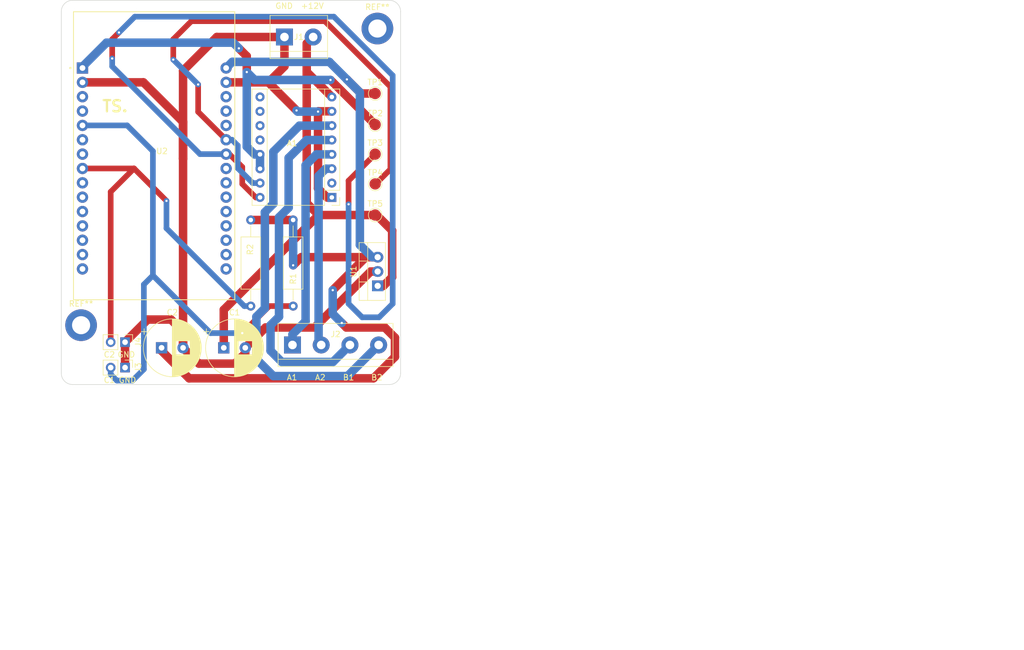
<source format=kicad_pcb>
(kicad_pcb (version 20211014) (generator pcbnew)
  (layers (0 "F.Cu" signal) (31 "B.Cu" signal) (34 "B.Paste" user) (35 "F.Paste" user) (36 "B.SilkS" user "B.Silkscreen") (37 "F.SilkS" user "F.Silkscreen") (38 "B.Mask" user) (39 "F.Mask" user) (44 "Edge.Cuts" user))
  (net 0 "")
  (net 1 "GND")
  (net 3 "Net-(J2-Pad2)")
  (net 4 "Net-(J2-Pad1)")
  (net 5 "Net-(J2-Pad3)")
  (net 6 "Net-(J2-Pad4)")
  (net 7 "+12V")
  (net 12 "+3.3V")
  (net 13 "STEPPIN")
  (net 14 "DIRPIN")
  (net 15 "+5V")
  (net 16 "SCHAKPIN2")
  (net 39 "SCHAKPIN1")
  (footprint "MountingHole:MountingHole_3.2mm_M3_DIN965_Pad" (layer "F.Cu") (at 101.5 124)
    (fp_text reference "REF**" (at 0 -3.8) (layer "F.SilkS"))
    (fp_text value "MountingHole_3.2mm_M3_DIN965_Pad")
    (pad "1" thru_hole circle (at 0 0) (size 5.6 5.6) (drill 3.2) (layers *.Cu *.Mask))
  )
  (footprint "TestPoint:TestPoint_Pad_D2.0mm" (layer "F.Cu") (at 153.5 93.73)
    (fp_text reference "TP3" (at 0 -1.998) (layer "F.SilkS"))
    (fp_text value "TestPoint")
    (pad "1" smd circle (at 0 0) (size 2 2) (layers "F.Cu" "F.Mask") (net 14 "DIRPIN"))
  )
  (footprint "Connector_PinHeader_2.54mm:PinHeader_1x02_P2.54mm_Vertical" (layer "F.Cu") (at 109.275 127 -90)
    (fp_text reference "J4" (at 0 -2.33 90) (layer "F.SilkS"))
    (fp_text value "Eindeloopschakelaar2")
    (pad "1" thru_hole rect (at 0 0 270) (size 1.7 1.7) (drill 1) (layers *.Cu *.Mask) (net 1 "GND"))
    (pad "2" thru_hole oval (at 0 2.54 270) (size 1.7 1.7) (drill 1) (layers *.Cu *.Mask) (net 16 "SCHAKPIN2"))
  )
  (footprint "Package_TO_SOT_THT:TO-220-3_Vertical" (layer "F.Cu") (at 153.945 117.04 90)
    (fp_text reference "U1" (at 2.54 -4.27 90) (layer "F.SilkS"))
    (fp_text value "LM7805_TO220")
    (pad "1" thru_hole rect (at 0 0 90) (size 1.905 2) (drill 1.1) (layers *.Cu *.Mask) (net 7 "+12V"))
    (pad "2" thru_hole oval (at 2.54 0 90) (size 1.905 2) (drill 1.1) (layers *.Cu *.Mask) (net 1 "GND"))
    (pad "3" thru_hole oval (at 5.08 0 90) (size 1.905 2) (drill 1.1) (layers *.Cu *.Mask) (net 15 "+5V"))
  )
  (footprint "Module:Pololu_Breakout-16_15.2x20.3mm" (layer "F.Cu") (at 145.84 101.39 180)
    (fp_text reference "A1" (at 7.04 9.59) (layer "F.SilkS"))
    (fp_text value "DRV8825")
    (pad "1" thru_hole rect (at 0 0 180) (size 1.6 1.6) (drill 0.8) (layers *.Cu *.Mask) (net 1 "GND"))
    (pad "2" thru_hole oval (at 0 2.54 180) (size 1.6 1.6) (drill 0.8) (layers *.Cu *.Mask))
    (pad "3" thru_hole oval (at 0 5.08 180) (size 1.6 1.6) (drill 0.8) (layers *.Cu *.Mask) (net 3 "Net-(J2-Pad2)"))
    (pad "4" thru_hole oval (at 0 7.62 180) (size 1.6 1.6) (drill 0.8) (layers *.Cu *.Mask) (net 4 "Net-(J2-Pad1)"))
    (pad "5" thru_hole oval (at 0 10.16 180) (size 1.6 1.6) (drill 0.8) (layers *.Cu *.Mask) (net 5 "Net-(J2-Pad3)"))
    (pad "6" thru_hole oval (at 0 12.7 180) (size 1.6 1.6) (drill 0.8) (layers *.Cu *.Mask) (net 6 "Net-(J2-Pad4)"))
    (pad "7" thru_hole oval (at 0 15.24 180) (size 1.6 1.6) (drill 0.8) (layers *.Cu *.Mask) (net 1 "GND"))
    (pad "8" thru_hole oval (at 0 17.78 180) (size 1.6 1.6) (drill 0.8) (layers *.Cu *.Mask) (net 7 "+12V"))
    (pad "9" thru_hole oval (at 12.7 17.78 180) (size 1.6 1.6) (drill 0.8) (layers *.Cu *.Mask))
    (pad "10" thru_hole oval (at 12.7 15.24 180) (size 1.6 1.6) (drill 0.8) (layers *.Cu *.Mask))
    (pad "11" thru_hole oval (at 12.7 12.7 180) (size 1.6 1.6) (drill 0.8) (layers *.Cu *.Mask))
    (pad "12" thru_hole oval (at 12.7 10.16 180) (size 1.6 1.6) (drill 0.8) (layers *.Cu *.Mask))
    (pad "13" thru_hole oval (at 12.7 7.62 180) (size 1.6 1.6) (drill 0.8) (layers *.Cu *.Mask) (net 12 "+3.3V"))
    (pad "14" thru_hole oval (at 12.7 5.08 180) (size 1.6 1.6) (drill 0.8) (layers *.Cu *.Mask) (net 12 "+3.3V"))
    (pad "15" thru_hole oval (at 12.7 2.54 180) (size 1.6 1.6) (drill 0.8) (layers *.Cu *.Mask) (net 13 "STEPPIN"))
    (pad "16" thru_hole oval (at 12.7 0 180) (size 1.6 1.6) (drill 0.8) (layers *.Cu *.Mask) (net 14 "DIRPIN"))
  )
  (footprint "Resistor_THT:R_Axial_DIN0309_L9.0mm_D3.2mm_P15.24mm_Horizontal" (layer "F.Cu") (at 131.5 120.62 90)
    (fp_text reference "R2" (at 10.02 -0.1 90) (layer "F.SilkS"))
    (fp_text value "4K7")
    (pad "1" thru_hole circle (at 0 0 90) (size 1.6 1.6) (drill 0.8) (layers *.Cu *.Mask) (net 16 "SCHAKPIN2"))
    (pad "2" thru_hole oval (at 15.24 0 90) (size 1.6 1.6) (drill 0.8) (layers *.Cu *.Mask) (net 15 "+5V"))
  )
  (footprint "MountingHole:MountingHole_3.2mm_M3_DIN965_Pad" (layer "F.Cu") (at 153.9 71.5)
    (fp_text reference "REF**" (at 0 -3.8) (layer "F.SilkS"))
    (fp_text value "MountingHole_3.2mm_M3_DIN965_Pad")
    (pad "1" thru_hole circle (at 0 0) (size 5.6 5.6) (drill 3.2) (layers *.Cu *.Mask))
  )
  (footprint "Connector_PinHeader_2.54mm:PinHeader_1x02_P2.54mm_Vertical" (layer "F.Cu") (at 109.275 131.5 -90)
    (fp_text reference "J3" (at 0 -2.33 90) (layer "F.SilkS"))
    (fp_text value "Eindeloopschakelaar1")
    (pad "1" thru_hole rect (at 0 0 270) (size 1.7 1.7) (drill 1) (layers *.Cu *.Mask) (net 1 "GND"))
    (pad "2" thru_hole oval (at 0 2.54 270) (size 1.7 1.7) (drill 1) (layers *.Cu *.Mask) (net 39 "SCHAKPIN1"))
  )
  (footprint "TestPoint:TestPoint_Pad_D2.0mm" (layer "F.Cu") (at 153.5 104.5)
    (fp_text reference "TP5" (at 0 -1.998) (layer "F.SilkS"))
    (fp_text value "TestPoint")
    (pad "1" smd circle (at 0 0) (size 2 2) (layers "F.Cu" "F.Mask") (net 7 "+12V"))
  )
  (footprint "TestPoint:TestPoint_Pad_D2.0mm" (layer "F.Cu") (at 153.5 88.5)
    (fp_text reference "TP2" (at 0 -1.998) (layer "F.SilkS"))
    (fp_text value "TestPoint")
    (pad "1" smd circle (at 0 0) (size 2 2) (layers "F.Cu" "F.Mask") (net 12 "+3.3V"))
  )
  (footprint "Resistor_THT:R_Axial_DIN0309_L9.0mm_D3.2mm_P15.24mm_Horizontal" (layer "F.Cu") (at 139 120.62 90)
    (fp_text reference "R1" (at 4.82 0 90) (layer "F.SilkS"))
    (fp_text value "4K7")
    (pad "1" thru_hole circle (at 0 0 90) (size 1.6 1.6) (drill 0.8) (layers *.Cu *.Mask) (net 39 "SCHAKPIN1"))
    (pad "2" thru_hole oval (at 15.24 0 90) (size 1.6 1.6) (drill 0.8) (layers *.Cu *.Mask) (net 15 "+5V"))
  )
  (footprint "TerminalBlock:TerminalBlock_bornier-4_P5.08mm" (layer "F.Cu") (at 138.88 127.5)
    (fp_text reference "J2" (at 7.62 -1.9) (layer "F.SilkS"))
    (fp_text value "STEPPER_MOTOR")
    (pad "1" thru_hole rect (at 0 0) (size 3 3) (drill 1.52) (layers *.Cu *.Mask) (net 4 "Net-(J2-Pad1)"))
    (pad "2" thru_hole circle (at 5.08 0) (size 3 3) (drill 1.52) (layers *.Cu *.Mask) (net 3 "Net-(J2-Pad2)"))
    (pad "3" thru_hole circle (at 10.16 0) (size 3 3) (drill 1.52) (layers *.Cu *.Mask) (net 5 "Net-(J2-Pad3)"))
    (pad "4" thru_hole circle (at 15.24 0) (size 3 3) (drill 1.52) (layers *.Cu *.Mask) (net 6 "Net-(J2-Pad4)"))
  )
  (footprint "TestPoint:TestPoint_Pad_D2.0mm" (layer "F.Cu") (at 153.5 99)
    (fp_text reference "TP4" (at 0 -1.998) (layer "F.SilkS"))
    (fp_text value "TestPoint")
    (pad "1" smd circle (at 0 0) (size 2 2) (layers "F.Cu" "F.Mask") (net 13 "STEPPIN"))
  )
  (footprint "My_Library:ESP32_DEVKIT_V1" (layer "F.Cu") (at 114.445 94)
    (fp_text reference "U2" (at 1.355 -0.8) (layer "F.SilkS"))
    (fp_text value "ESP32-DEVKIT-V1")
    (pad "1" thru_hole rect (at -12.7 -15.515) (size 2 2) (drill 1.02) (layers *.Cu *.Mask) (net 12 "+3.3V"))
    (pad "2" thru_hole circle (at -12.7 -12.975) (size 2 2) (drill 1.02) (layers *.Cu *.Mask) (net 1 "GND"))
    (pad "3" thru_hole circle (at -12.7 -10.435) (size 2 2) (drill 1.02) (layers *.Cu *.Mask))
    (pad "4" thru_hole circle (at -12.7 -7.895) (size 2 2) (drill 1.02) (layers *.Cu *.Mask))
    (pad "5" thru_hole circle (at -12.7 -5.355) (size 2 2) (drill 1.02) (layers *.Cu *.Mask) (net 39 "SCHAKPIN1"))
    (pad "6" thru_hole circle (at -12.7 -2.815) (size 2 2) (drill 1.02) (layers *.Cu *.Mask))
    (pad "7" thru_hole circle (at -12.7 -0.275) (size 2 2) (drill 1.02) (layers *.Cu *.Mask))
    (pad "8" thru_hole circle (at -12.7 2.265) (size 2 2) (drill 1.02) (layers *.Cu *.Mask) (net 16 "SCHAKPIN2"))
    (pad "9" thru_hole circle (at -12.7 4.805) (size 2 2) (drill 1.02) (layers *.Cu *.Mask))
    (pad "10" thru_hole circle (at -12.7 7.345) (size 2 2) (drill 1.02) (layers *.Cu *.Mask))
    (pad "11" thru_hole circle (at -12.7 9.885) (size 2 2) (drill 1.02) (layers *.Cu *.Mask))
    (pad "12" thru_hole circle (at -12.7 12.425) (size 2 2) (drill 1.02) (layers *.Cu *.Mask))
    (pad "13" thru_hole circle (at -12.7 14.965) (size 2 2) (drill 1.02) (layers *.Cu *.Mask))
    (pad "14" thru_hole circle (at -12.7 17.505) (size 2 2) (drill 1.02) (layers *.Cu *.Mask))
    (pad "15" thru_hole circle (at -12.7 20.045) (size 2 2) (drill 1.02) (layers *.Cu *.Mask))
    (pad "16" thru_hole circle (at 12.7 20.045) (size 2 2) (drill 1.02) (layers *.Cu *.Mask))
    (pad "17" thru_hole circle (at 12.7 17.505) (size 2 2) (drill 1.02) (layers *.Cu *.Mask))
    (pad "18" thru_hole circle (at 12.7 14.965) (size 2 2) (drill 1.02) (layers *.Cu *.Mask))
    (pad "19" thru_hole circle (at 12.7 12.425) (size 2 2) (drill 1.02) (layers *.Cu *.Mask))
    (pad "20" thru_hole circle (at 12.7 9.885) (size 2 2) (drill 1.02) (layers *.Cu *.Mask))
    (pad "21" thru_hole circle (at 12.7 7.345) (size 2 2) (drill 1.02) (layers *.Cu *.Mask))
    (pad "22" thru_hole circle (at 12.7 4.805) (size 2 2) (drill 1.02) (layers *.Cu *.Mask))
    (pad "23" thru_hole circle (at 12.7 2.265) (size 2 2) (drill 1.02) (layers *.Cu *.Mask))
    (pad "24" thru_hole circle (at 12.7 -0.275) (size 2 2) (drill 1.02) (layers *.Cu *.Mask) (net 14 "DIRPIN"))
    (pad "25" thru_hole circle (at 12.7 -2.815) (size 2 2) (drill 1.02) (layers *.Cu *.Mask) (net 13 "STEPPIN"))
    (pad "26" thru_hole circle (at 12.7 -5.355) (size 2 2) (drill 1.02) (layers *.Cu *.Mask))
    (pad "27" thru_hole circle (at 12.7 -7.895) (size 2 2) (drill 1.02) (layers *.Cu *.Mask))
    (pad "28" thru_hole circle (at 12.7 -10.435) (size 2 2) (drill 1.02) (layers *.Cu *.Mask))
    (pad "29" thru_hole circle (at 12.7 -12.975) (size 2 2) (drill 1.02) (layers *.Cu *.Mask) (net 1 "GND"))
    (pad "30" thru_hole circle (at 12.7 -15.515) (size 2 2) (drill 1.02) (layers *.Cu *.Mask) (net 15 "+5V"))
  )
  (footprint "Capacitor_THT:CP_Radial_D10.0mm_P3.80mm" (layer "F.Cu") (at 126.732323 128)
    (fp_text reference "C1" (at 1.9 -6.25) (layer "F.SilkS"))
    (fp_text value "100uF")
    (pad "1" thru_hole rect (at 0 0) (size 2 2) (drill 1) (layers *.Cu *.Mask) (net 7 "+12V"))
    (pad "2" thru_hole circle (at 3.8 0) (size 2 2) (drill 1) (layers *.Cu *.Mask) (net 1 "GND"))
  )
  (footprint "Capacitor_THT:CP_Radial_D10.0mm_P3.80mm" (layer "F.Cu") (at 115.732323 128)
    (fp_text reference "C2" (at 1.9 -6.25) (layer "F.SilkS"))
    (fp_text value "1uF")
    (pad "1" thru_hole rect (at 0 0) (size 2 2) (drill 1) (layers *.Cu *.Mask) (net 15 "+5V"))
    (pad "2" thru_hole circle (at 3.8 0) (size 2 2) (drill 1) (layers *.Cu *.Mask) (net 1 "GND"))
  )
  (footprint "TerminalBlock:TerminalBlock_bornier-2_P5.08mm" (layer "F.Cu") (at 137.46 73)
    (fp_text reference "J1" (at 2.54 0) (layer "F.SilkS"))
    (fp_text value "INPUT")
    (pad "1" thru_hole rect (at 0 0) (size 3 3) (drill 1.52) (layers *.Cu *.Mask) (net 1 "GND"))
    (pad "2" thru_hole circle (at 5.08 0) (size 3 3) (drill 1.52) (layers *.Cu *.Mask) (net 7 "+12V"))
  )
  (footprint "TestPoint:TestPoint_Pad_D2.0mm" (layer "F.Cu") (at 153.5 83)
    (fp_text reference "TP1" (at 0 -1.998) (layer "F.SilkS"))
    (fp_text value "TestPoint")
    (pad "1" smd circle (at 0 0) (size 2 2) (layers "F.Cu" "F.Mask") (net 15 "+5V"))
  )
  (gr_line (start 158 68.5) (end 158 132.5) (layer "Edge.Cuts") (width 0.1))
  (gr_arc (start 98 68.5) (mid 98.585786 67.085786) (end 100 66.5) (layer "Edge.Cuts") (width 0.1))
  (gr_line (start 98 68.5) (end 98.000001 132.499999) (layer "Edge.Cuts") (width 0.1))
  (gr_arc (start 100.000001 134.499999) (mid 98.585787 133.914213) (end 98.000001 132.499999) (layer "Edge.Cuts") (width 0.1))
  (gr_line (start 100 66.5) (end 156 66.5) (layer "Edge.Cuts") (width 0.1))
  (gr_line (start 100.000001 134.499999) (end 156 134.5) (layer "Edge.Cuts") (width 0.1))
  (gr_arc (start 158 132.5) (mid 157.414214 133.914214) (end 156 134.5) (layer "Edge.Cuts") (width 0.1))
  (gr_arc (start 156 66.5) (mid 157.414214 67.085786) (end 158 68.5) (layer "Edge.Cuts") (width 0.1))
  (gr_text "GND" (at 137.4 67.5) (layer "F.SilkS") (effects (font (size 1 1))))
  (gr_text "C2" (at 106.5 129.2) (layer "F.SilkS") (effects (font (size 1 1))))
  (gr_text "B2" (at 153.8 133.25) (layer "F.SilkS") (effects (font (size 1 1))))
  (gr_text "A1" (at 138.8 133.25) (layer "F.SilkS") (effects (font (size 1 1))))
  (gr_text "A2" (at 143.8 133.25) (layer "F.SilkS") (effects (font (size 1 1))))
  (gr_text "GND\n" (at 109.5 129.2) (layer "F.SilkS") (effects (font (size 1 1))))
  (gr_text "GND\n" (at 109.7 133.7) (layer "F.SilkS") (effects (font (size 1 1))))
  (gr_text "B1" (at 148.8 133.25) (layer "F.SilkS") (effects (font (size 1 1))))
  (gr_text "C1" (at 106.5 133.7) (layer "F.SilkS") (effects (font (size 1 1))))
  (gr_text "+12V" (at 142.4 67.5) (layer "F.SilkS") (effects (font (size 1 1))))
  (gr_text "TS." (at 107.5 85.25) (layer "F.SilkS") (effects (font (size 2 2) (thickness 0.4))))
  (segment (start 119.532323 78.967677) (end 119.532323 94.532323) (width 1.5) (layer "F.Cu") (net 1))
  (segment (start 143.4 86.2) (end 143.45 86.15) (width 1.5) (layer "F.Cu") (net 1))
  (segment (start 128.7 130.8) (end 122.332323 130.8) (width 1.5) (layer "F.Cu") (net 1))
  (segment (start 143.45 86.15) (end 145.84 86.15) (width 1.5) (layer "F.Cu") (net 1))
  (segment (start 139.6 86) (end 134.625 81.025) (width 1.5) (layer "F.Cu") (net 1))
  (segment (start 144.99 101.39) (end 143.4 99.8) (width 1.5) (layer "F.Cu") (net 1))
  (segment (start 130.532323 128) (end 130.532323 128.967677) (width 1.5) (layer "F.Cu") (net 1))
  (segment (start 119.532323 94.532323) (end 119.532323 88.032323) (width 1.5) (layer "F.Cu") (net 1))
  (segment (start 125.5 73) (end 119.532323 78.967677) (width 1.5) (layer "F.Cu") (net 1))
  (segment (start 142.8 124.4) (end 152.7 114.5) (width 1.5) (layer "F.Cu") (net 1))
  (segment (start 145.84 101.39) (end 144.99 101.39) (width 1.5) (layer "F.Cu") (net 1))
  (segment (start 119.532323 125.132323) (end 117.4 123) (width 1.5) (layer "F.Cu") (net 1))
  (segment (start 122.332323 130.8) (end 119.532323 128) (width 1.5) (layer "F.Cu") (net 1))
  (segment (start 137.46 78.19) (end 134.625 81.025) (width 1.5) (layer "F.Cu") (net 1))
  (segment (start 119.532323 128) (end 119.532323 94.532323) (width 1.5) (layer "F.Cu") (net 1))
  (segment (start 109.275 131.5) (end 109.275 127) (width 1.5) (layer "F.Cu") (net 1))
  (segment (start 137.46 73) (end 125.5 73) (width 1.5) (layer "F.Cu") (net 1))
  (segment (start 130.532323 128.967677) (end 128.7 130.8) (width 1.5) (layer "F.Cu") (net 1))
  (segment (start 112.525 81.025) (end 101.745 81.025) (width 1.5) (layer "F.Cu") (net 1))
  (segment (start 152.7 114.5) (end 153.945 114.5) (width 1.5) (layer "F.Cu") (net 1))
  (segment (start 130.532323 128) (end 134.132323 124.4) (width 1.5) (layer "F.Cu") (net 1))
  (segment (start 137.46 73) (end 137.46 78.19) (width 1.5) (layer "F.Cu") (net 1))
  (segment (start 134.132323 124.4) (end 142.8 124.4) (width 1.5) (layer "F.Cu") (net 1))
  (segment (start 134.625 81.025) (end 127.145 81.025) (width 1.5) (layer "F.Cu") (net 1))
  (segment (start 119.532323 88.032323) (end 112.525 81.025) (width 1.5) (layer "F.Cu") (net 1))
  (segment (start 143.4 99.8) (end 143.4 86.2) (width 1.5) (layer "F.Cu") (net 1))
  (segment (start 119.532323 128) (end 119.532323 125.132323) (width 1.5) (layer "F.Cu") (net 1))
  (segment (start 113.275 123) (end 109.275 127) (width 1.5) (layer "F.Cu") (net 1))
  (segment (start 117.4 123) (end 113.275 123) (width 1.5) (layer "F.Cu") (net 1))
  (via (at 143.4 86.2) (size 1.2) (drill 0.4) (layers "F.Cu" "B.Cu") (net 1))
  (via (at 139.6 86) (size 1.2) (drill 0.4) (layers "F.Cu" "B.Cu") (net 1))
  (segment (start 139.8 86.2) (end 139.6 86) (width 1.5) (layer "B.Cu") (net 1))
  (segment (start 143.4 86.2) (end 139.8 86.2) (width 1.5) (layer "B.Cu") (net 1))
  (segment (start 144.765 96.31) (end 145.84 96.31) (width 1.5) (layer "B.Cu") (net 3))
  (segment (start 143.5 97.575) (end 144.765 96.31) (width 1.5) (layer "B.Cu") (net 3))
  (segment (start 143.5 127.04) (end 143.5 97.575) (width 1.5) (layer "B.Cu") (net 3))
  (segment (start 143.96 127.5) (end 143.5 127.04) (width 1.5) (layer "B.Cu") (net 3))
  (segment (start 138.88 127.5) (end 138.88 125.62) (width 1.5) (layer "B.Cu") (net 4))
  (segment (start 141.2 123.3) (end 141.2 95.7) (width 1.5) (layer "B.Cu") (net 4))
  (segment (start 141.2 95.7) (end 143.13 93.77) (width 1.5) (layer "B.Cu") (net 4))
  (segment (start 138.88 125.62) (end 141.2 123.3) (width 1.5) (layer "B.Cu") (net 4))
  (segment (start 143.13 93.77) (end 145.84 93.77) (width 1.5) (layer "B.Cu") (net 4))
  (segment (start 136.5 104.904164) (end 138.2 103.204164) (width 1.5) (layer "B.Cu") (net 5))
  (segment (start 138.2 103.204164) (end 138.2 94.4) (width 1.5) (layer "B.Cu") (net 5))
  (segment (start 146.04 130.5) (end 136.98 130.5) (width 1.5) (layer "B.Cu") (net 5))
  (segment (start 135 128.52) (end 135 124) (width 1.5) (layer "B.Cu") (net 5))
  (segment (start 135 124) (end 136.5 122.5) (width 1.5) (layer "B.Cu") (net 5))
  (segment (start 136.5 122.5) (end 136.5 104.904164) (width 1.5) (layer "B.Cu") (net 5))
  (segment (start 149.04 127.5) (end 146.04 130.5) (width 1.5) (layer "B.Cu") (net 5))
  (segment (start 136.98 130.5) (end 135 128.52) (width 1.5) (layer "B.Cu") (net 5))
  (segment (start 141.37 91.23) (end 145.84 91.23) (width 1.5) (layer "B.Cu") (net 5))
  (segment (start 138.2 94.4) (end 141.37 91.23) (width 1.5) (layer "B.Cu") (net 5))
  (segment (start 134 121) (end 134 104) (width 1.5) (layer "B.Cu") (net 6))
  (segment (start 134 104) (end 135.5 102.5) (width 1.5) (layer "B.Cu") (net 6))
  (segment (start 154.12 127.5) (end 148.62 133) (width 1.5) (layer "B.Cu") (net 6))
  (segment (start 135.5 102.5) (end 135.5 93.3) (width 1.5) (layer "B.Cu") (net 6))
  (segment (start 132.5 130) (end 132.5 122.5) (width 1.5) (layer "B.Cu") (net 6))
  (segment (start 132.5 122.5) (end 134 121) (width 1.5) (layer "B.Cu") (net 6))
  (segment (start 140.11 88.69) (end 145.84 88.69) (width 1.5) (layer "B.Cu") (net 6))
  (segment (start 135.5 93.3) (end 140.11 88.69) (width 1.5) (layer "B.Cu") (net 6))
  (segment (start 148.62 133) (end 135.5 133) (width 1.5) (layer "B.Cu") (net 6))
  (segment (start 135.5 133) (end 132.5 130) (width 1.5) (layer "B.Cu") (net 6))
  (segment (start 141.4 79.17) (end 141.4 78.8) (width 1.5) (layer "F.Cu") (net 7))
  (segment (start 141.4 78.8) (end 141.4 101.4) (width 1.5) (layer "F.Cu") (net 7))
  (segment (start 156.5 115.5) (end 156.5 107.25) (width 1.5) (layer "F.Cu") (net 7))
  (segment (start 142.5 105.5) (end 126.732323 121.267677) (width 1.5) (layer "F.Cu") (net 7))
  (segment (start 141.4 74.14) (end 141.4 78.8) (width 1.5) (layer "F.Cu") (net 7))
  (segment (start 145.84 83.61) (end 141.4 79.17) (width 1.5) (layer "F.Cu") (net 7))
  (segment (start 156.5 107.25) (end 153.75 104.5) (width 1.5) (layer "F.Cu") (net 7))
  (segment (start 154.96 117.04) (end 156.5 115.5) (width 1.5) (layer "F.Cu") (net 7))
  (segment (start 153.75 104.5) (end 153.5 104.5) (width 1.5) (layer "F.Cu") (net 7))
  (segment (start 142.54 73) (end 141.4 74.14) (width 1.5) (layer "F.Cu") (net 7))
  (segment (start 141.4 102.4) (end 143.5 104.5) (width 1.5) (layer "F.Cu") (net 7))
  (segment (start 141.4 101.4) (end 141.4 102.4) (width 1.5) (layer "F.Cu") (net 7))
  (segment (start 143.5 104.5) (end 142.5 105.5) (width 1.5) (layer "F.Cu") (net 7))
  (segment (start 153.945 117.04) (end 154.96 117.04) (width 1.5) (layer "F.Cu") (net 7))
  (segment (start 126.732323 121.267677) (end 126.732323 128) (width 1.5) (layer "F.Cu") (net 7))
  (segment (start 153.5 104.5) (end 143.5 104.5) (width 1.5) (layer "F.Cu") (net 7))
  (segment (start 130.8 76.4) (end 129.4 75) (width 1.5) (layer "F.Cu") (net 12))
  (segment (start 130.8 79.2) (end 130.8 76.4) (width 1.5) (layer "F.Cu") (net 12))
  (segment (start 153.5 88.5) (end 145.6 80.6) (width 1.5) (layer "F.Cu") (net 12))
  (via (at 145.6 80.6) (size 1.2) (drill 0.4) (layers "F.Cu" "B.Cu") (net 12))
  (via (at 130.8 79.2) (size 1.2) (drill 0.4) (layers "F.Cu" "B.Cu") (net 12))
  (via (at 129.4 75) (size 1.2) (drill 0.4) (layers "F.Cu" "B.Cu") (net 12))
  (segment (start 130.8 92.4) (end 132.17 93.77) (width 1.5) (layer "B.Cu") (net 12))
  (segment (start 106 74) (end 101.745 78.255) (width 1.5) (layer "B.Cu") (net 12))
  (segment (start 128.4 74) (end 106 74) (width 1.5) (layer "B.Cu") (net 12))
  (segment (start 133.14 96.31) (end 133.14 93.77) (width 1.5) (layer "B.Cu") (net 12))
  (segment (start 129.4 75) (end 128.4 74) (width 1.5) (layer "B.Cu") (net 12))
  (segment (start 132.17 93.77) (end 133.14 93.77) (width 1.5) (layer "B.Cu") (net 12))
  (segment (start 130.8 79.2) (end 130.8 92.4) (width 1.5) (layer "B.Cu") (net 12))
  (segment (start 101.745 78.255) (end 101.745 78.485) (width 1.5) (layer "B.Cu") (net 12))
  (segment (start 145.6 80.6) (end 132.2 80.6) (width 1.5) (layer "B.Cu") (net 12))
  (segment (start 132.2 80.6) (end 130.8 79.2) (width 1.5) (layer "B.Cu") (net 12))
  (segment (start 156.2 96.4) (end 153.6 99) (width 1) (layer "F.Cu") (net 13))
  (segment (start 156.2 81.8) (end 156.2 96.4) (width 1) (layer "F.Cu") (net 13))
  (segment (start 122.2 86.24) (end 127.145 91.185) (width 1) (layer "F.Cu") (net 13))
  (segment (start 120.997495 70.202505) (end 144.602505 70.202505) (width 1) (layer "F.Cu") (net 13))
  (segment (start 144.602505 70.202505) (end 156.2 81.8) (width 1) (layer "F.Cu") (net 13))
  (segment (start 117.8 77) (end 117.8 73.4) (width 1) (layer "F.Cu") (net 13))
  (segment (start 153.6 99) (end 153.5 99) (width 1) (layer "F.Cu") (net 13))
  (segment (start 122.2 81.4) (end 122.2 86.24) (width 1) (layer "F.Cu") (net 13))
  (segment (start 117.8 73.4) (end 120.997495 70.202505) (width 1) (layer "F.Cu") (net 13))
  (via (at 122.2 81.4) (size 0.8) (drill 0.4) (layers "F.Cu" "B.Cu") (net 13))
  (via (at 117.8 77) (size 0.8) (drill 0.4) (layers "F.Cu" "B.Cu") (net 13))
  (segment (start 128.185 91.185) (end 127.145 91.185) (width 1) (layer "B.Cu") (net 13))
  (segment (start 133.14 98.85) (end 131.85 98.85) (width 1) (layer "B.Cu") (net 13))
  (segment (start 129.2 96.2) (end 129.2 92.2) (width 1) (layer "B.Cu") (net 13))
  (segment (start 131.85 98.85) (end 129.2 96.2) (width 1) (layer "B.Cu") (net 13))
  (segment (start 129.2 92.2) (end 128.185 91.185) (width 1) (layer "B.Cu") (net 13))
  (segment (start 122.2 81.4) (end 117.8 77) (width 1) (layer "B.Cu") (net 13))
  (segment (start 148.8 102.6) (end 148.8 98.43) (width 1) (layer "F.Cu") (net 14))
  (segment (start 127.725 93.725) (end 127.145 93.725) (width 1) (layer "F.Cu") (net 14))
  (segment (start 130 96) (end 127.725 93.725) (width 1) (layer "F.Cu") (net 14))
  (segment (start 107 73.4) (end 108.2 72.2) (width 1) (layer "F.Cu") (net 14))
  (segment (start 133.14 101.39) (end 132.39 101.39) (width 1) (layer "F.Cu") (net 14))
  (segment (start 107 76.8) (end 107 73.4) (width 1) (layer "F.Cu") (net 14))
  (segment (start 148.8 98.43) (end 153.5 93.73) (width 1) (layer "F.Cu") (net 14))
  (segment (start 130 99) (end 130 96) (width 1) (layer "F.Cu") (net 14))
  (segment (start 132.39 101.39) (end 130 99) (width 1) (layer "F.Cu") (net 14))
  (via (at 148.8 102.6) (size 0.8) (drill 0.4) (layers "F.Cu" "B.Cu") (net 14))
  (via (at 108.2 72.2) (size 0.8) (drill 0.4) (layers "F.Cu" "B.Cu") (net 14))
  (via (at 107 76.8) (size 0.8) (drill 0.4) (layers "F.Cu" "B.Cu") (net 14))
  (segment (start 156.6 120.2) (end 156.6 79.8) (width 1) (layer "B.Cu") (net 14))
  (segment (start 111 69.4) (end 108.2 72.2) (width 1) (layer "B.Cu") (net 14))
  (segment (start 107 78.2) (end 107 76.8) (width 1) (layer "B.Cu") (net 14))
  (segment (start 122.525 93.725) (end 107 78.2) (width 1) (layer "B.Cu") (net 14))
  (segment (start 156.6 79.8) (end 146.2 69.4) (width 1) (layer "B.Cu") (net 14))
  (segment (start 146.2 69.4) (end 111 69.4) (width 1) (layer "B.Cu") (net 14))
  (segment (start 148.8 120.2) (end 151.2 122.6) (width 1) (layer "B.Cu") (net 14))
  (segment (start 154.2 122.6) (end 156.6 120.2) (width 1) (layer "B.Cu") (net 14))
  (segment (start 127.145 93.725) (end 122.525 93.725) (width 1) (layer "B.Cu") (net 14))
  (segment (start 148.8 102.6) (end 148.8 120.2) (width 1) (layer "B.Cu") (net 14))
  (segment (start 151.2 122.6) (end 154.2 122.6) (width 1) (layer "B.Cu") (net 14))
  (segment (start 139 105.38) (end 131.5 105.38) (width 1.5) (layer "F.Cu") (net 15))
  (segment (start 153.2 133.4) (end 157 129.6) (width 1.5) (layer "F.Cu") (net 15))
  (segment (start 115.732323 128) (end 115.732323 128.532323) (width 1.5) (layer "F.Cu") (net 15))
  (segment (start 140.44 111.96) (end 153.945 111.96) (width 1.5) (layer "F.Cu") (net 15))
  (segment (start 148.4 124.4) (end 147.6 123.6) (width 1.5) (layer "F.Cu") (net 15))
  (segment (start 148.5 80.5) (end 151 83) (width 1.5) (layer "F.Cu") (net 15))
  (segment (start 157 129.6) (end 157 126.2) (width 1.5) (layer "F.Cu") (net 15))
  (segment (start 139 113.4) (end 140.44 111.96) (width 1.5) (layer "F.Cu") (net 15))
  (segment (start 155.2 124.4) (end 148.4 124.4) (width 1.5) (layer "F.Cu") (net 15))
  (segment (start 157 126.2) (end 155.2 124.4) (width 1.5) (layer "F.Cu") (net 15))
  (segment (start 146 117.8) (end 151.84 111.96) (width 1.5) (layer "F.Cu") (net 15))
  (segment (start 120.6 133.4) (end 153.2 133.4) (width 1.5) (layer "F.Cu") (net 15))
  (segment (start 151.84 111.96) (end 153.945 111.96) (width 1.5) (layer "F.Cu") (net 15))
  (segment (start 151 83) (end 153.5 83) (width 1.5) (layer "F.Cu") (net 15))
  (segment (start 115.732323 128.532323) (end 120.6 133.4) (width 1.5) (layer "F.Cu") (net 15))
  (via (at 148.5 80.5) (size 1.2) (drill 0.4) (layers "F.Cu" "B.Cu") (net 15))
  (via (at 139 113.4) (size 1.2) (drill 0.4) (layers "F.Cu" "B.Cu") (net 15))
  (via (at 147.6 123.6) (size 1.2) (drill 0.4) (layers "F.Cu" "B.Cu") (net 15))
  (via (at 146 117.8) (size 1.2) (drill 0.4) (layers "F.Cu" "B.Cu") (net 15))
  (segment (start 145.4 77.4) (end 128.23 77.4) (width 1.5) (layer "B.Cu") (net 15))
  (segment (start 150.8 109.8) (end 152.96 111.96) (width 1.5) (layer "B.Cu") (net 15))
  (segment (start 148.5 80.5) (end 150.8 82.8) (width 1.5) (layer "B.Cu") (net 15))
  (segment (start 150.8 82.8) (end 150.8 109.8) (width 1.5) (layer "B.Cu") (net 15))
  (segment (start 152.96 111.96) (end 153.945 111.96) (width 1.5) (layer "B.Cu") (net 15))
  (segment (start 146 122) (end 146 121.8) (width 1.5) (layer "B.Cu") (net 15))
  (segment (start 146 121.8) (end 146 117.8) (width 1.5) (layer "B.Cu") (net 15))
  (segment (start 147.6 123.6) (end 146 122) (width 1.5) (layer "B.Cu") (net 15))
  (segment (start 128.23 77.4) (end 127.145 78.485) (width 1.5) (layer "B.Cu") (net 15))
  (segment (start 148.5 80.5) (end 145.4 77.4) (width 1.5) (layer "B.Cu") (net 15))
  (segment (start 139 113.4) (end 139 105.38) (width 1.5) (layer "B.Cu") (net 15))
  (segment (start 106.735 127) (end 106.735 100.395) (width 1) (layer "F.Cu") (net 16))
  (segment (start 110.865 96.265) (end 101.745 96.265) (width 1) (layer "F.Cu") (net 16))
  (segment (start 106.735 100.395) (end 110.865 96.265) (width 1) (layer "F.Cu") (net 16))
  (segment (start 116.6 102) (end 110.865 96.265) (width 1) (layer "F.Cu") (net 16))
  (via (at 116.6 102) (size 0.8) (drill 0.4) (layers "F.Cu" "B.Cu") (net 16))
  (segment (start 116.6 106.85137) (end 116.6 102) (width 1) (layer "B.Cu") (net 16))
  (segment (start 130.36863 120.62) (end 116.6 106.85137) (width 1) (layer "B.Cu") (net 16))
  (segment (start 131.5 120.62) (end 130.36863 120.62) (width 1) (layer "B.Cu") (net 16))
  (segment (start 134.78 120.62) (end 130 125.4) (width 1) (layer "F.Cu") (net 39))
  (segment (start 139 120.62) (end 134.78 120.62) (width 1) (layer "F.Cu") (net 39))
  (via (at 130 125.4) (size 0.8) (drill 0.4) (layers "F.Cu" "B.Cu") (net 39))
  (segment (start 106.735 132.702081) (end 107.832919 133.8) (width 1) (layer "B.Cu") (net 39))
  (segment (start 114.2 115.2) (end 114.2 93.2) (width 1) (layer "B.Cu") (net 39))
  (segment (start 107.832919 133.8) (end 110.6 133.8) (width 1) (layer "B.Cu") (net 39))
  (segment (start 114.2 93.2) (end 109.645 88.645) (width 1) (layer "B.Cu") (net 39))
  (segment (start 112.6 116.8) (end 114.2 115.2) (width 1) (layer "B.Cu") (net 39))
  (segment (start 124.4 125.4) (end 114.2 115.2) (width 1) (layer "B.Cu") (net 39))
  (segment (start 109.645 88.645) (end 101.745 88.645) (width 1) (layer "B.Cu") (net 39))
  (segment (start 106.735 131.5) (end 106.735 132.702081) (width 1) (layer "B.Cu") (net 39))
  (segment (start 110.6 133.8) (end 112.6 131.8) (width 1) (layer "B.Cu") (net 39))
  (segment (start 130 125.4) (end 124.4 125.4) (width 1) (layer "B.Cu") (net 39))
  (segment (start 112.6 131.8) (end 112.6 116.8) (width 1) (layer "B.Cu") (net 39))
)
</source>
